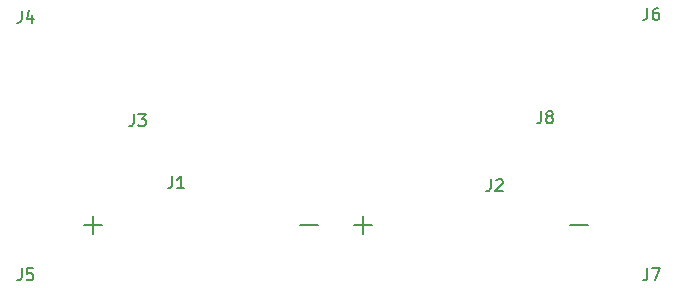
<source format=gto>
G04 #@! TF.GenerationSoftware,KiCad,Pcbnew,5.1.6-c6e7f7d~87~ubuntu18.04.1*
G04 #@! TF.CreationDate,2020-09-18T13:49:57+09:00*
G04 #@! TF.ProjectId,drone_battery_series_circuit,64726f6e-655f-4626-9174-746572795f73,rev?*
G04 #@! TF.SameCoordinates,PX12d5c70PY13c9eb0*
G04 #@! TF.FileFunction,Legend,Top*
G04 #@! TF.FilePolarity,Positive*
%FSLAX46Y46*%
G04 Gerber Fmt 4.6, Leading zero omitted, Abs format (unit mm)*
G04 Created by KiCad (PCBNEW 5.1.6-c6e7f7d~87~ubuntu18.04.1) date 2020-09-18 13:49:57*
%MOMM*%
%LPD*%
G01*
G04 APERTURE LIST*
%ADD10C,0.150000*%
G04 APERTURE END LIST*
D10*
X47916666Y-15702380D02*
X47916666Y-16416666D01*
X47869047Y-16559523D01*
X47773809Y-16654761D01*
X47630952Y-16702380D01*
X47535714Y-16702380D01*
X48535714Y-16130952D02*
X48440476Y-16083333D01*
X48392857Y-16035714D01*
X48345238Y-15940476D01*
X48345238Y-15892857D01*
X48392857Y-15797619D01*
X48440476Y-15750000D01*
X48535714Y-15702380D01*
X48726190Y-15702380D01*
X48821428Y-15750000D01*
X48869047Y-15797619D01*
X48916666Y-15892857D01*
X48916666Y-15940476D01*
X48869047Y-16035714D01*
X48821428Y-16083333D01*
X48726190Y-16130952D01*
X48535714Y-16130952D01*
X48440476Y-16178571D01*
X48392857Y-16226190D01*
X48345238Y-16321428D01*
X48345238Y-16511904D01*
X48392857Y-16607142D01*
X48440476Y-16654761D01*
X48535714Y-16702380D01*
X48726190Y-16702380D01*
X48821428Y-16654761D01*
X48869047Y-16607142D01*
X48916666Y-16511904D01*
X48916666Y-16321428D01*
X48869047Y-16226190D01*
X48821428Y-16178571D01*
X48726190Y-16130952D01*
X13416666Y-15952380D02*
X13416666Y-16666666D01*
X13369047Y-16809523D01*
X13273809Y-16904761D01*
X13130952Y-16952380D01*
X13035714Y-16952380D01*
X13797619Y-15952380D02*
X14416666Y-15952380D01*
X14083333Y-16333333D01*
X14226190Y-16333333D01*
X14321428Y-16380952D01*
X14369047Y-16428571D01*
X14416666Y-16523809D01*
X14416666Y-16761904D01*
X14369047Y-16857142D01*
X14321428Y-16904761D01*
X14226190Y-16952380D01*
X13940476Y-16952380D01*
X13845238Y-16904761D01*
X13797619Y-16857142D01*
X56916666Y-29002380D02*
X56916666Y-29716666D01*
X56869047Y-29859523D01*
X56773809Y-29954761D01*
X56630952Y-30002380D01*
X56535714Y-30002380D01*
X57297619Y-29002380D02*
X57964285Y-29002380D01*
X57535714Y-30002380D01*
X56916666Y-6952380D02*
X56916666Y-7666666D01*
X56869047Y-7809523D01*
X56773809Y-7904761D01*
X56630952Y-7952380D01*
X56535714Y-7952380D01*
X57821428Y-6952380D02*
X57630952Y-6952380D01*
X57535714Y-7000000D01*
X57488095Y-7047619D01*
X57392857Y-7190476D01*
X57345238Y-7380952D01*
X57345238Y-7761904D01*
X57392857Y-7857142D01*
X57440476Y-7904761D01*
X57535714Y-7952380D01*
X57726190Y-7952380D01*
X57821428Y-7904761D01*
X57869047Y-7857142D01*
X57916666Y-7761904D01*
X57916666Y-7523809D01*
X57869047Y-7428571D01*
X57821428Y-7380952D01*
X57726190Y-7333333D01*
X57535714Y-7333333D01*
X57440476Y-7380952D01*
X57392857Y-7428571D01*
X57345238Y-7523809D01*
X3916666Y-29002380D02*
X3916666Y-29716666D01*
X3869047Y-29859523D01*
X3773809Y-29954761D01*
X3630952Y-30002380D01*
X3535714Y-30002380D01*
X4869047Y-29002380D02*
X4392857Y-29002380D01*
X4345238Y-29478571D01*
X4392857Y-29430952D01*
X4488095Y-29383333D01*
X4726190Y-29383333D01*
X4821428Y-29430952D01*
X4869047Y-29478571D01*
X4916666Y-29573809D01*
X4916666Y-29811904D01*
X4869047Y-29907142D01*
X4821428Y-29954761D01*
X4726190Y-30002380D01*
X4488095Y-30002380D01*
X4392857Y-29954761D01*
X4345238Y-29907142D01*
X3916666Y-7202380D02*
X3916666Y-7916666D01*
X3869047Y-8059523D01*
X3773809Y-8154761D01*
X3630952Y-8202380D01*
X3535714Y-8202380D01*
X4821428Y-7535714D02*
X4821428Y-8202380D01*
X4583333Y-7154761D02*
X4345238Y-7869047D01*
X4964285Y-7869047D01*
X43666666Y-21452380D02*
X43666666Y-22166666D01*
X43619047Y-22309523D01*
X43523809Y-22404761D01*
X43380952Y-22452380D01*
X43285714Y-22452380D01*
X44095238Y-21547619D02*
X44142857Y-21500000D01*
X44238095Y-21452380D01*
X44476190Y-21452380D01*
X44571428Y-21500000D01*
X44619047Y-21547619D01*
X44666666Y-21642857D01*
X44666666Y-21738095D01*
X44619047Y-21880952D01*
X44047619Y-22452380D01*
X44666666Y-22452380D01*
X50338095Y-25292857D02*
X51861904Y-25292857D01*
X32038095Y-25292857D02*
X33561904Y-25292857D01*
X32800000Y-26054761D02*
X32800000Y-24530952D01*
X16666666Y-21202380D02*
X16666666Y-21916666D01*
X16619047Y-22059523D01*
X16523809Y-22154761D01*
X16380952Y-22202380D01*
X16285714Y-22202380D01*
X17666666Y-22202380D02*
X17095238Y-22202380D01*
X17380952Y-22202380D02*
X17380952Y-21202380D01*
X17285714Y-21345238D01*
X17190476Y-21440476D01*
X17095238Y-21488095D01*
X27488095Y-25292857D02*
X29011904Y-25292857D01*
X9188095Y-25292857D02*
X10711904Y-25292857D01*
X9950000Y-26054761D02*
X9950000Y-24530952D01*
M02*

</source>
